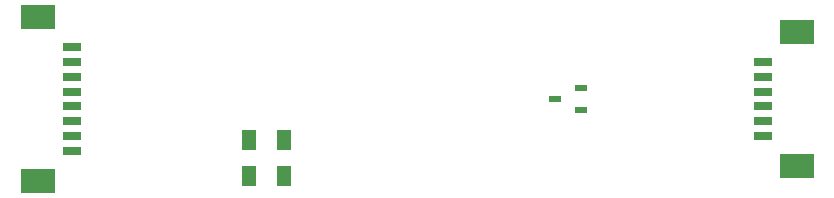
<source format=gbr>
G04 EAGLE Gerber X2 export*
%TF.Part,Single*%
%TF.FileFunction,Paste,Top*%
%TF.FilePolarity,Positive*%
%TF.GenerationSoftware,Autodesk,EAGLE,9.1.0*%
%TF.CreationDate,2020-08-17T16:37:06Z*%
G75*
%MOMM*%
%FSLAX34Y34*%
%LPD*%
%AMOC8*
5,1,8,0,0,1.08239X$1,22.5*%
G01*
%ADD10R,1.050000X0.600000*%
%ADD11R,1.600000X0.800000*%
%ADD12R,3.000000X2.100000*%
%ADD13R,1.160000X1.680000*%


D10*
X556000Y135500D03*
X556000Y154500D03*
X534000Y145000D03*
D11*
X125040Y188750D03*
X125040Y176250D03*
X125040Y163750D03*
X125040Y151250D03*
X125040Y138750D03*
X125040Y126250D03*
X125040Y113750D03*
X125040Y101250D03*
D12*
X96040Y75750D03*
X96040Y214250D03*
D13*
X304750Y110000D03*
X275250Y110000D03*
X304750Y80000D03*
X275250Y80000D03*
D11*
X710000Y113750D03*
X710000Y126250D03*
X710000Y138750D03*
X710000Y151250D03*
X710000Y163750D03*
X710000Y176250D03*
D12*
X739000Y88250D03*
X739000Y201750D03*
M02*

</source>
